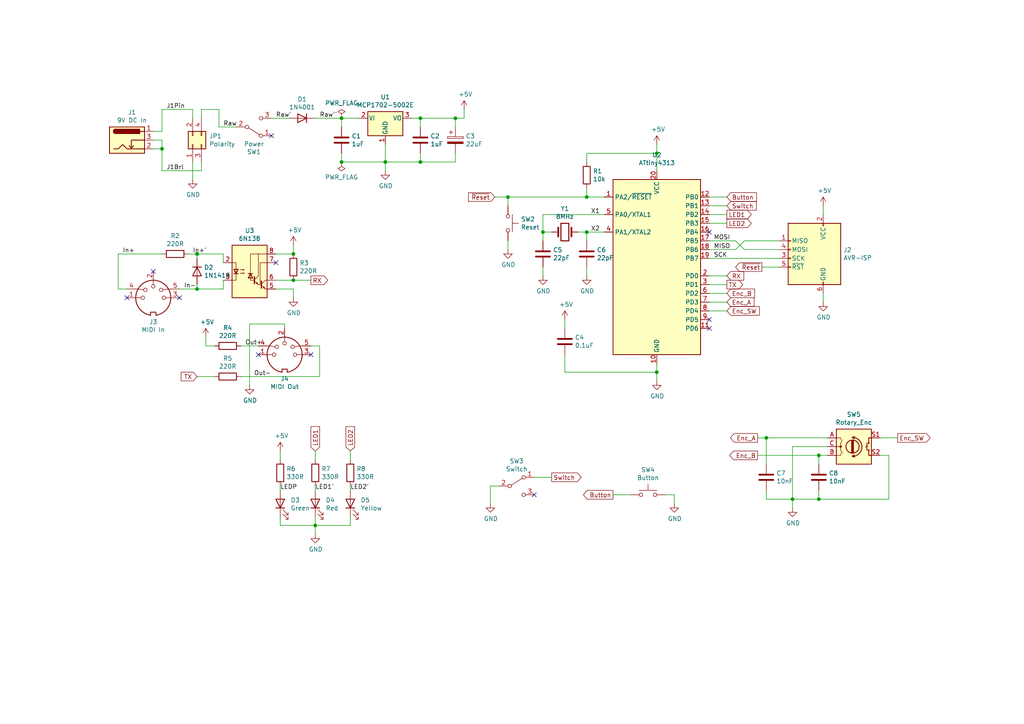
<source format=kicad_sch>
(kicad_sch (version 20211123) (generator eeschema)
  (paper "A4")
  (lib_symbols
    (symbol "Connector:AVR-ISP-6" (pin_names (offset 1.016))
      (property "Reference" "J" (at -6.35 11.43 0))
      (property "Value" "AVR-ISP-6" (at 0 11.43 0))
      (symbol "AVR-ISP-6_0_1"
        (rectangle (start -2.667 -6.858) (end -2.413 -7.62))
        (rectangle (start -2.667 10.16) (end -2.413 9.398))
        (rectangle (start 7.62 -2.413) (end 6.858 -2.667))
        (rectangle (start 7.62 0.127) (end 6.858 -0.127))
        (rectangle (start 7.62 2.667) (end 6.858 2.413))
        (rectangle (start 7.62 5.207) (end 6.858 4.953))
        (rectangle (start 7.62 10.16) (end -7.62 -7.62) (stroke (width 0.254)) (fill (type background)))
      )
      (symbol "AVR-ISP-6_1_1"
        (pin passive line (at 10.16 5.08 180) (length 2.54) (name "MISO") (number "1"))
        (pin passive line (at -2.54 12.7 270) (length 2.54) (name "VCC") (number "2"))
        (pin passive line (at 10.16 0 180) (length 2.54) (name "SCK") (number "3"))
        (pin passive line (at 10.16 2.54 180) (length 2.54) (name "MOSI") (number "4"))
        (pin passive line (at 10.16 -2.54 180) (length 2.54) (name "~{RST}") (number "5"))
        (pin passive line (at -2.54 -10.16 90) (length 2.54) (name "GND") (number "6"))
      )
    )
    (symbol "Connector:Barrel_Jack_Switch" (pin_names hide)
      (property "Reference" "J" (at 0 5.334 0))
      (property "Value" "Barrel_Jack_Switch" (at 0 -5.08 0))
      (symbol "Barrel_Jack_Switch_0_1"
        (rectangle (start -5.08 3.81) (end 5.08 -3.81) (stroke (width 0.254)) (fill (type background)))
        (arc (start -3.302 3.175) (mid -3.937 2.54) (end -3.302 1.905) (stroke (width 0.254)))
        (arc (start -3.302 3.175) (mid -3.937 2.54) (end -3.302 1.905) (stroke (width 0.254)) (fill (type outline)))
        (polyline (pts (xy 1.27 -2.286) (xy 1.905 -1.651)) (stroke (width 0.254)))
        (polyline (pts (xy 5.08 2.54) (xy 3.81 2.54)) (stroke (width 0.254)))
        (polyline (pts (xy 5.08 0) (xy 1.27 0) (xy 1.27 -2.286) (xy 0.635 -1.651)) (stroke (width 0.254)))
        (polyline (pts (xy -3.81 -2.54) (xy -2.54 -2.54) (xy -1.27 -1.27) (xy 0 -2.54) (xy 2.54 -2.54) (xy 5.08 -2.54)) (stroke (width 0.254)))
        (rectangle (start 3.683 3.175) (end -3.302 1.905) (stroke (width 0.254)) (fill (type outline)))
      )
      (symbol "Barrel_Jack_Switch_1_1"
        (pin passive line (at 7.62 2.54 180) (length 2.54) (name "~") (number "1"))
        (pin passive line (at 7.62 -2.54 180) (length 2.54) (name "~") (number "2"))
        (pin passive line (at 7.62 0 180) (length 2.54) (name "~") (number "3"))
      )
    )
    (symbol "Connector:DIN-5_180degree" (pin_names (offset 1.016))
      (property "Reference" "J" (at 3.175 5.715 0))
      (property "Value" "DIN-5_180degree" (at 0 -6.35 0))
      (symbol "DIN-5_180degree_0_1"
        (arc (start -5.08 0) (mid -3.8609 -3.3364) (end -0.762 -5.08) (stroke (width 0.254)))
        (circle (center -3.048 0) (radius 0.508))
        (circle (center -2.286 2.286) (radius 0.508))
        (polyline (pts (xy -5.08 0) (xy -3.556 0)))
        (polyline (pts (xy 0 5.08) (xy 0 3.81)))
        (polyline (pts (xy 5.08 0) (xy 3.556 0)))
        (polyline (pts (xy -5.08 2.54) (xy -4.318 2.54) (xy -2.794 2.286)))
        (polyline (pts (xy 5.08 2.54) (xy 4.318 2.54) (xy 2.794 2.286)))
        (polyline (pts (xy -0.762 -4.953) (xy -0.762 -4.191) (xy 0.762 -4.191) (xy 0.762 -4.953)) (stroke (width 0.254)))
        (circle (center 0 3.302) (radius 0.508))
        (arc (start 0.762 -5.08) (mid 3.8685 -3.343) (end 5.08 0) (stroke (width 0.254)))
        (circle (center 2.286 2.286) (radius 0.508))
        (circle (center 3.048 0) (radius 0.508))
        (arc (start 5.08 0) (mid 0 5.08) (end -5.08 0) (stroke (width 0.254)))
      )
      (symbol "DIN-5_180degree_1_1"
        (pin passive line (at -7.62 0 0) (length 2.54) (name "~") (number "1"))
        (pin passive line (at 0 7.62 270) (length 2.54) (name "~") (number "2"))
        (pin passive line (at 7.62 0 180) (length 2.54) (name "~") (number "3"))
        (pin passive line (at -7.62 2.54 0) (length 2.54) (name "~") (number "4"))
        (pin passive line (at 7.62 2.54 180) (length 2.54) (name "~") (number "5"))
      )
    )
    (symbol "Connector_Generic:Conn_02x02_Odd_Even" (pin_names (offset 1.016) hide)
      (property "Reference" "J" (at 1.27 2.54 0))
      (property "Value" "Conn_02x02_Odd_Even" (at 1.27 -5.08 0))
      (symbol "Conn_02x02_Odd_Even_1_1"
        (rectangle (start -1.27 -2.413) (end 0 -2.667) (stroke (width 0.1524)))
        (rectangle (start -1.27 0.127) (end 0 -0.127) (stroke (width 0.1524)))
        (rectangle (start -1.27 1.27) (end 3.81 -3.81) (stroke (width 0.254)) (fill (type background)))
        (rectangle (start 3.81 -2.413) (end 2.54 -2.667) (stroke (width 0.1524)))
        (rectangle (start 3.81 0.127) (end 2.54 -0.127) (stroke (width 0.1524)))
        (pin passive line (at -5.08 0 0) (length 3.81) (name "Pin_1") (number "1"))
        (pin passive line (at 7.62 0 180) (length 3.81) (name "Pin_2") (number "2"))
        (pin passive line (at -5.08 -2.54 0) (length 3.81) (name "Pin_3") (number "3"))
        (pin passive line (at 7.62 -2.54 180) (length 3.81) (name "Pin_4") (number "4"))
      )
    )
    (symbol "Device:C" (pin_numbers hide) (pin_names (offset 0.254))
      (property "Reference" "C" (at 0.635 2.54 0))
      (property "Value" "C" (at 0.635 -2.54 0))
      (symbol "C_0_1"
        (polyline (pts (xy -2.032 -0.762) (xy 2.032 -0.762)) (stroke (width 0.508)))
        (polyline (pts (xy -2.032 0.762) (xy 2.032 0.762)) (stroke (width 0.508)))
      )
      (symbol "C_1_1"
        (pin passive line (at 0 3.81 270) (length 2.794) (name "~") (number "1"))
        (pin passive line (at 0 -3.81 90) (length 2.794) (name "~") (number "2"))
      )
    )
    (symbol "Device:C_Polarized" (pin_numbers hide) (pin_names (offset 0.254))
      (property "Reference" "C" (at 0.635 2.54 0))
      (property "Value" "C_Polarized" (at 0.635 -2.54 0))
      (symbol "C_Polarized_0_1"
        (rectangle (start -2.286 0.508) (end 2.286 1.016))
        (polyline (pts (xy -1.778 2.286) (xy -0.762 2.286)))
        (polyline (pts (xy -1.27 2.794) (xy -1.27 1.778)))
        (rectangle (start 2.286 -0.508) (end -2.286 -1.016) (fill (type outline)))
      )
      (symbol "C_Polarized_1_1"
        (pin passive line (at 0 3.81 270) (length 2.794) (name "~") (number "1"))
        (pin passive line (at 0 -3.81 90) (length 2.794) (name "~") (number "2"))
      )
    )
    (symbol "Device:Crystal" (pin_numbers hide) (pin_names (offset 1.016) hide)
      (property "Reference" "Y" (at 0 3.81 0))
      (property "Value" "Crystal" (at 0 -3.81 0))
      (symbol "Crystal_0_1"
        (rectangle (start -1.143 2.54) (end 1.143 -2.54) (stroke (width 0.3048)))
        (polyline (pts (xy -2.54 0) (xy -1.905 0)))
        (polyline (pts (xy -1.905 -1.27) (xy -1.905 1.27)) (stroke (width 0.508)))
        (polyline (pts (xy 1.905 -1.27) (xy 1.905 1.27)) (stroke (width 0.508)))
        (polyline (pts (xy 2.54 0) (xy 1.905 0)))
      )
      (symbol "Crystal_1_1"
        (pin passive line (at -3.81 0 0) (length 1.27) (name "1") (number "1"))
        (pin passive line (at 3.81 0 180) (length 1.27) (name "2") (number "2"))
      )
    )
    (symbol "Device:LED" (pin_numbers hide) (pin_names (offset 1.016) hide)
      (property "Reference" "D" (at 0 2.54 0))
      (property "Value" "LED" (at 0 -2.54 0))
      (symbol "LED_0_1"
        (polyline (pts (xy -1.27 -1.27) (xy -1.27 1.27)) (stroke (width 0.254)))
        (polyline (pts (xy -1.27 0) (xy 1.27 0)))
        (polyline (pts (xy 1.27 -1.27) (xy 1.27 1.27) (xy -1.27 0) (xy 1.27 -1.27)) (stroke (width 0.254)))
        (polyline (pts (xy -3.048 -0.762) (xy -4.572 -2.286) (xy -3.81 -2.286) (xy -4.572 -2.286) (xy -4.572 -1.524)))
        (polyline (pts (xy -1.778 -0.762) (xy -3.302 -2.286) (xy -2.54 -2.286) (xy -3.302 -2.286) (xy -3.302 -1.524)))
      )
      (symbol "LED_1_1"
        (pin passive line (at -3.81 0 0) (length 2.54) (name "K") (number "1"))
        (pin passive line (at 3.81 0 180) (length 2.54) (name "A") (number "2"))
      )
    )
    (symbol "Device:R" (pin_numbers hide) (pin_names (offset 0))
      (property "Reference" "R" (at 2.032 0 90))
      (property "Value" "R" (at 0 0 90))
      (symbol "R_0_1"
        (rectangle (start -1.016 -2.54) (end 1.016 2.54) (stroke (width 0.254)))
      )
      (symbol "R_1_1"
        (pin passive line (at 0 3.81 270) (length 1.27) (name "~") (number "1"))
        (pin passive line (at 0 -3.81 90) (length 1.27) (name "~") (number "2"))
      )
    )
    (symbol "Device:RotaryEncoder_Switch" (pin_names (offset 0.254) hide)
      (property "Reference" "SW" (at 0 6.604 0))
      (property "Value" "RotaryEncoder_Switch" (at 0 -6.604 0))
      (symbol "RotaryEncoder_Switch_0_1"
        (rectangle (start -5.08 5.08) (end 5.08 -5.08) (stroke (width 0.254)) (fill (type background)))
        (circle (center -3.81 0) (radius 0.254) (fill (type outline)))
        (arc (start -0.381 -2.794) (mid 2.3622 -0.0508) (end -0.381 2.667) (stroke (width 0.254)))
        (circle (center -0.381 0) (radius 1.905) (stroke (width 0.254)))
        (polyline (pts (xy -0.635 -1.778) (xy -0.635 1.778)) (stroke (width 0.254)))
        (polyline (pts (xy -0.381 -1.778) (xy -0.381 1.778)) (stroke (width 0.254)))
        (polyline (pts (xy -0.127 1.778) (xy -0.127 -1.778)) (stroke (width 0.254)))
        (polyline (pts (xy 3.81 0) (xy 3.429 0)) (stroke (width 0.254)))
        (polyline (pts (xy 3.81 1.016) (xy 3.81 -1.016)) (stroke (width 0.254)))
        (polyline (pts (xy -5.08 -2.54) (xy -3.81 -2.54) (xy -3.81 -2.032)))
        (polyline (pts (xy -5.08 2.54) (xy -3.81 2.54) (xy -3.81 2.032)))
        (polyline (pts (xy 0.254 -3.048) (xy -0.508 -2.794) (xy 0.127 -2.413)) (stroke (width 0.254)))
        (polyline (pts (xy 0.254 2.921) (xy -0.508 2.667) (xy 0.127 2.286)) (stroke (width 0.254)))
        (polyline (pts (xy 5.08 -2.54) (xy 4.318 -2.54) (xy 4.318 -1.016)) (stroke (width 0.254)))
        (polyline (pts (xy 5.08 2.54) (xy 4.318 2.54) (xy 4.318 1.016)) (stroke (width 0.254)))
        (polyline (pts (xy -5.08 0) (xy -3.81 0) (xy -3.81 -1.016) (xy -3.302 -2.032)))
        (polyline (pts (xy -4.318 0) (xy -3.81 0) (xy -3.81 1.016) (xy -3.302 2.032)))
        (circle (center 4.318 -1.016) (radius 0.127) (stroke (width 0.254)))
        (circle (center 4.318 1.016) (radius 0.127) (stroke (width 0.254)))
      )
      (symbol "RotaryEncoder_Switch_1_1"
        (pin passive line (at -7.62 2.54 0) (length 2.54) (name "A") (number "A"))
        (pin passive line (at -7.62 -2.54 0) (length 2.54) (name "B") (number "B"))
        (pin passive line (at -7.62 0 0) (length 2.54) (name "C") (number "C"))
        (pin passive line (at 7.62 2.54 180) (length 2.54) (name "S1") (number "S1"))
        (pin passive line (at 7.62 -2.54 180) (length 2.54) (name "S2") (number "S2"))
      )
    )
    (symbol "Diode:1N4001" (pin_numbers hide) (pin_names hide)
      (property "Reference" "D" (at 0 2.54 0))
      (property "Value" "1N4001" (at 0 -2.54 0))
      (symbol "1N4001_0_1"
        (polyline (pts (xy -1.27 1.27) (xy -1.27 -1.27)) (stroke (width 0.254)))
        (polyline (pts (xy 1.27 0) (xy -1.27 0)))
        (polyline (pts (xy 1.27 1.27) (xy 1.27 -1.27) (xy -1.27 0) (xy 1.27 1.27)) (stroke (width 0.254)))
      )
      (symbol "1N4001_1_1"
        (pin passive line (at -3.81 0 0) (length 2.54) (name "K") (number "1"))
        (pin passive line (at 3.81 0 180) (length 2.54) (name "A") (number "2"))
      )
    )
    (symbol "Diode:1N914" (pin_numbers hide) (pin_names hide)
      (property "Reference" "D" (at 0 2.54 0))
      (property "Value" "1N914" (at 0 -2.54 0))
      (symbol "1N914_0_1"
        (polyline (pts (xy -1.27 1.27) (xy -1.27 -1.27)) (stroke (width 0.254)))
        (polyline (pts (xy 1.27 0) (xy -1.27 0)))
        (polyline (pts (xy 1.27 1.27) (xy 1.27 -1.27) (xy -1.27 0) (xy 1.27 1.27)) (stroke (width 0.254)))
      )
      (symbol "1N914_1_1"
        (pin passive line (at -3.81 0 0) (length 2.54) (name "K") (number "1"))
        (pin passive line (at 3.81 0 180) (length 2.54) (name "A") (number "2"))
      )
    )
    (symbol "Isolator:6N138" (pin_names (offset 1.016) hide)
      (property "Reference" "U" (at -4.064 8.89 0))
      (property "Value" "6N138" (at 2.286 8.89 0))
      (symbol "6N138_0_1"
        (rectangle (start -5.08 7.62) (end 5.08 -7.62) (stroke (width 0.254)) (fill (type background)))
        (polyline (pts (xy -4.572 -0.635) (xy -3.302 -0.635)) (stroke (width 0.254)))
        (polyline (pts (xy 0.889 -0.635) (xy -0.381 -0.635)) (stroke (width 0.254)))
        (polyline (pts (xy 1.397 -2.667) (xy 2.54 -3.81)))
        (polyline (pts (xy 1.397 -2.413) (xy 2.54 -1.27)))
        (polyline (pts (xy 2.54 -3.81) (xy 3.175 -3.81)))
        (polyline (pts (xy 3.429 -3.937) (xy 4.572 -5.08)))
        (polyline (pts (xy 3.429 -3.683) (xy 4.572 -2.54)))
        (polyline (pts (xy 4.572 -5.08) (xy 5.08 -5.08)))
        (polyline (pts (xy 4.572 -2.54) (xy 5.08 -2.54)))
        (polyline (pts (xy 1.397 -1.524) (xy 1.397 -3.556) (xy 1.397 -3.556)) (stroke (width 0.3556)))
        (polyline (pts (xy 2.54 -1.27) (xy 2.54 5.08) (xy 5.08 5.08)))
        (polyline (pts (xy 3.429 -2.794) (xy 3.429 -4.826) (xy 3.429 -4.826)) (stroke (width 0.3556)))
        (polyline (pts (xy 5.08 2.54) (xy 3.048 2.54) (xy 3.048 -3.81)))
        (polyline (pts (xy -5.08 -2.54) (xy -3.937 -2.54) (xy -3.937 2.54) (xy -5.08 2.54)))
        (polyline (pts (xy -3.937 -0.635) (xy -4.572 0.635) (xy -3.302 0.635) (xy -3.937 -0.635)) (stroke (width 0.254)))
        (polyline (pts (xy 0.254 -0.635) (xy 0.889 -1.905) (xy -0.381 -1.905) (xy 0.254 -0.635)) (stroke (width 0.254)))
        (polyline (pts (xy 1.27 -2.54) (xy 0.254 -2.54) (xy 0.254 5.08) (xy 2.54 5.08)))
        (polyline (pts (xy 2.413 -3.683) (xy 2.159 -3.175) (xy 1.905 -3.429) (xy 2.413 -3.683)))
        (polyline (pts (xy 4.445 -4.953) (xy 4.191 -4.445) (xy 3.937 -4.699) (xy 4.445 -4.953)))
        (polyline (pts (xy -2.794 -0.508) (xy -1.524 -0.508) (xy -1.905 -0.635) (xy -1.905 -0.381) (xy -1.524 -0.508)))
        (polyline (pts (xy -2.794 0.508) (xy -1.524 0.508) (xy -1.905 0.381) (xy -1.905 0.635) (xy -1.524 0.508)))
      )
      (symbol "6N138_1_1"
        (pin no_connect line (at -5.08 5.08 0) (length 2.54) hide (name "NC") (number "1"))
        (pin passive line (at -7.62 2.54 0) (length 2.54) (name "C1") (number "2"))
        (pin passive line (at -7.62 -2.54 0) (length 2.54) (name "C2") (number "3"))
        (pin no_connect line (at -5.08 -5.08 0) (length 2.54) hide (name "NC") (number "4"))
        (pin passive line (at 7.62 -5.08 180) (length 2.54) (name "GND") (number "5"))
        (pin passive line (at 7.62 -2.54 180) (length 2.54) (name "VO2") (number "6"))
        (pin passive line (at 7.62 2.54 180) (length 2.54) (name "VO1") (number "7"))
        (pin passive line (at 7.62 5.08 180) (length 2.54) (name "VCC") (number "8"))
      )
    )
    (symbol "MCU_Microchip_ATtiny:ATtiny4313-P"
      (property "Reference" "U" (at -12.7 26.67 0))
      (property "Value" "ATtiny4313-P" (at 2.54 -26.67 0))
      (symbol "ATtiny4313-P_0_1"
        (rectangle (start -12.7 -25.4) (end 12.7 25.4) (stroke (width 0.254)) (fill (type background)))
      )
      (symbol "ATtiny4313-P_1_1"
        (pin bidirectional line (at -15.24 20.32 0) (length 2.54) (name "PA2/~{RESET}") (number "1"))
        (pin power_in line (at 0 -27.94 90) (length 2.54) (name "GND") (number "10"))
        (pin bidirectional line (at 15.24 -17.78 180) (length 2.54) (name "PD6") (number "11"))
        (pin bidirectional line (at 15.24 20.32 180) (length 2.54) (name "PB0") (number "12"))
        (pin bidirectional line (at 15.24 17.78 180) (length 2.54) (name "PB1") (number "13"))
        (pin bidirectional line (at 15.24 15.24 180) (length 2.54) (name "PB2") (number "14"))
        (pin bidirectional line (at 15.24 12.7 180) (length 2.54) (name "PB3") (number "15"))
        (pin bidirectional line (at 15.24 10.16 180) (length 2.54) (name "PB4") (number "16"))
        (pin bidirectional line (at 15.24 7.62 180) (length 2.54) (name "PB5") (number "17"))
        (pin bidirectional line (at 15.24 5.08 180) (length 2.54) (name "PB6") (number "18"))
        (pin bidirectional line (at 15.24 2.54 180) (length 2.54) (name "PB7") (number "19"))
        (pin bidirectional line (at 15.24 -2.54 180) (length 2.54) (name "PD0") (number "2"))
        (pin power_in line (at 0 27.94 270) (length 2.54) (name "VCC") (number "20"))
        (pin bidirectional line (at 15.24 -5.08 180) (length 2.54) (name "PD1") (number "3"))
        (pin bidirectional line (at -15.24 10.16 0) (length 2.54) (name "PA1/XTAL2") (number "4"))
        (pin bidirectional line (at -15.24 15.24 0) (length 2.54) (name "PA0/XTAL1") (number "5"))
        (pin bidirectional line (at 15.24 -7.62 180) (length 2.54) (name "PD2") (number "6"))
        (pin bidirectional line (at 15.24 -10.16 180) (length 2.54) (name "PD3") (number "7"))
        (pin bidirectional line (at 15.24 -12.7 180) (length 2.54) (name "PD4") (number "8"))
        (pin bidirectional line (at 15.24 -15.24 180) (length 2.54) (name "PD5") (number "9"))
      )
    )
    (symbol "Regulator_Linear:MCP1700x-500xxTO" (pin_names (offset 0.254))
      (property "Reference" "U" (at -3.81 -3.175 0))
      (property "Value" "MCP1700x-500xxTO" (at 0 -3.175 0))
      (symbol "MCP1700x-500xxTO_0_1"
        (rectangle (start -5.08 5.08) (end 5.08 -1.905) (stroke (width 0.254)) (fill (type background)))
      )
      (symbol "MCP1700x-500xxTO_1_1"
        (pin power_in line (at 0 7.62 270) (length 2.54) (name "GND") (number "1"))
        (pin power_in line (at -7.62 0 0) (length 2.54) (name "VI") (number "2"))
        (pin power_out line (at 7.62 0 180) (length 2.54) (name "VO") (number "3"))
      )
    )
    (symbol "Switch:SW_Push" (pin_numbers hide) (pin_names (offset 1.016) hide)
      (property "Reference" "SW" (at 1.27 2.54 0))
      (property "Value" "SW_Push" (at 0 -1.524 0))
      (symbol "SW_Push_0_1"
        (circle (center -2.032 0) (radius 0.508))
        (polyline (pts (xy 0 1.27) (xy 0 3.048)))
        (polyline (pts (xy 2.54 1.27) (xy -2.54 1.27)))
        (circle (center 2.032 0) (radius 0.508))
        (pin passive line (at -5.08 0 0) (length 2.54) (name "1") (number "1"))
        (pin passive line (at 5.08 0 180) (length 2.54) (name "2") (number "2"))
      )
    )
    (symbol "Switch:SW_SPDT" (pin_names (offset 0) hide)
      (property "Reference" "SW" (at 0 4.318 0))
      (property "Value" "SW_SPDT" (at 0 -5.08 0))
      (symbol "SW_SPDT_0_0"
        (circle (center -2.032 0) (radius 0.508))
        (circle (center 2.032 -2.54) (radius 0.508))
      )
      (symbol "SW_SPDT_0_1"
        (polyline (pts (xy -1.524 0.254) (xy 1.651 2.286)))
        (circle (center 2.032 2.54) (radius 0.508))
      )
      (symbol "SW_SPDT_1_1"
        (pin passive line (at 5.08 2.54 180) (length 2.54) (name "A") (number "1"))
        (pin passive line (at -5.08 0 0) (length 2.54) (name "B") (number "2"))
        (pin passive line (at 5.08 -2.54 180) (length 2.54) (name "C") (number "3"))
      )
    )
    (symbol "power:+5V" (power) (pin_names (offset 0))
      (property "Value" "+5V" (at 0 3.556 0))
      (symbol "+5V_0_1"
        (polyline (pts (xy -0.762 1.27) (xy 0 2.54)))
        (polyline (pts (xy 0 0) (xy 0 2.54)))
        (polyline (pts (xy 0 2.54) (xy 0.762 1.27)))
      )
      (symbol "+5V_1_1"
        (pin power_in line (at 0 0 90) (length 0) hide (name "+5V") (number "1"))
      )
    )
    (symbol "power:GND" (power) (pin_names (offset 0))
      (property "Value" "GND" (at 0 -3.81 0))
      (symbol "GND_0_1"
        (polyline (pts (xy 0 0) (xy 0 -1.27) (xy 1.27 -1.27) (xy 0 -2.54) (xy -1.27 -1.27) (xy 0 -1.27)))
      )
      (symbol "GND_1_1"
        (pin power_in line (at 0 0 270) (length 0) hide (name "GND") (number "1"))
      )
    )
    (symbol "power:PWR_FLAG" (power) (pin_numbers hide) (pin_names (offset 0) hide)
      (property "Value" "PWR_FLAG" (at 0 3.81 0))
      (symbol "PWR_FLAG_0_0"
        (pin power_out line (at 0 0 90) (length 0) (name "pwr") (number "1"))
      )
      (symbol "PWR_FLAG_0_1"
        (polyline (pts (xy 0 0) (xy 0 1.27) (xy -1.016 1.905) (xy 0 2.54) (xy 1.016 1.905) (xy 0 1.27)))
      )
    )
  )
  (junction (at 157.48 67.31))
  (junction (at 57.15 83.82))
  (junction (at 147.32 57.15))
  (junction (at 91.44 152.4))
  (junction (at 190.5 44.45))
  (junction (at 132.08 34.29))
  (junction (at 111.76 46.99))
  (junction (at 222.25 127))
  (junction (at 237.49 144.78))
  (junction (at 57.15 73.66))
  (junction (at 121.92 46.99))
  (junction (at 229.87 144.78))
  (junction (at 170.18 67.31))
  (junction (at 85.09 81.28))
  (junction (at 99.06 46.99))
  (junction (at 237.49 132.08))
  (junction (at 170.18 57.15))
  (junction (at 46.99 43.18))
  (junction (at 85.09 73.66))
  (junction (at 190.5 107.95))
  (junction (at 121.92 34.29))
  (junction (at 99.06 34.29))
  (no_connect (at 205.74 95.25))
  (no_connect (at 154.94 143.51))
  (no_connect (at 205.74 67.31))
  (no_connect (at 90.17 102.87))
  (no_connect (at 52.07 86.36))
  (no_connect (at 80.01 76.2))
  (no_connect (at 205.74 92.71))
  (no_connect (at 36.83 86.36))
  (no_connect (at 44.45 78.74))
  (no_connect (at 78.74 39.37))
  (no_connect (at 74.93 102.87))
  (wire (pts (xy 91.44 154.94) (xy 91.44 152.4)))
  (wire (pts (xy 195.58 146.05) (xy 195.58 143.51)))
  (wire (pts (xy 91.44 140.97) (xy 91.44 142.24)))
  (wire (pts (xy 177.8 143.51) (xy 182.88 143.51)))
  (wire (pts (xy 121.92 44.45) (xy 121.92 46.99)))
  (wire (pts (xy 170.18 57.15) (xy 170.18 54.61)))
  (wire (pts (xy 190.5 44.45) (xy 190.5 41.91)))
  (wire (pts (xy 237.49 142.24) (xy 237.49 144.78)))
  (wire (pts (xy 58.42 31.75) (xy 58.42 34.29)))
  (wire (pts (xy 58.42 49.53) (xy 58.42 46.99)))
  (wire (pts (xy 44.45 43.18) (xy 46.99 43.18)))
  (wire (pts (xy 78.74 34.29) (xy 83.82 34.29)))
  (wire (pts (xy 213.36 72.39) (xy 215.9 69.85)))
  (wire (pts (xy 64.77 76.2) (xy 64.77 73.66)))
  (wire (pts (xy 99.06 44.45) (xy 99.06 46.99)))
  (wire (pts (xy 229.87 144.78) (xy 229.87 147.32)))
  (wire (pts (xy 170.18 44.45) (xy 190.5 44.45)))
  (wire (pts (xy 238.76 85.09) (xy 238.76 87.63)))
  (wire (pts (xy 142.24 146.05) (xy 142.24 140.97)))
  (wire (pts (xy 46.99 49.53) (xy 46.99 43.18)))
  (wire (pts (xy 222.25 127) (xy 222.25 134.62)))
  (wire (pts (xy 190.5 107.95) (xy 163.83 107.95)))
  (wire (pts (xy 147.32 57.15) (xy 170.18 57.15)))
  (wire (pts (xy 240.03 129.54) (xy 229.87 129.54)))
  (wire (pts (xy 81.28 130.81) (xy 81.28 133.35)))
  (wire (pts (xy 147.32 72.39) (xy 147.32 69.85)))
  (wire (pts (xy 157.48 62.23) (xy 175.26 62.23)))
  (wire (pts (xy 190.5 107.95) (xy 190.5 110.49)))
  (wire (pts (xy 219.71 127) (xy 222.25 127)))
  (wire (pts (xy 210.82 82.55) (xy 205.74 82.55)))
  (wire (pts (xy 82.55 93.98) (xy 72.39 93.98)))
  (wire (pts (xy 80.01 73.66) (xy 85.09 73.66)))
  (wire (pts (xy 142.24 140.97) (xy 144.78 140.97)))
  (wire (pts (xy 44.45 40.64) (xy 46.99 40.64)))
  (wire (pts (xy 222.25 144.78) (xy 229.87 144.78)))
  (wire (pts (xy 121.92 46.99) (xy 111.76 46.99)))
  (wire (pts (xy 85.09 73.66) (xy 85.09 71.12)))
  (wire (pts (xy 52.07 83.82) (xy 57.15 83.82)))
  (wire (pts (xy 132.08 34.29) (xy 132.08 36.83)))
  (wire (pts (xy 63.5 36.83) (xy 63.5 31.75)))
  (wire (pts (xy 237.49 134.62) (xy 237.49 132.08)))
  (wire (pts (xy 91.44 34.29) (xy 99.06 34.29)))
  (wire (pts (xy 99.06 34.29) (xy 104.14 34.29)))
  (wire (pts (xy 44.45 38.1) (xy 46.99 38.1)))
  (wire (pts (xy 170.18 80.01) (xy 170.18 77.47)))
  (wire (pts (xy 205.74 62.23) (xy 210.82 62.23)))
  (wire (pts (xy 101.6 140.97) (xy 101.6 142.24)))
  (wire (pts (xy 226.06 72.39) (xy 215.9 72.39)))
  (wire (pts (xy 238.76 62.23) (xy 238.76 59.69)))
  (wire (pts (xy 170.18 67.31) (xy 170.18 69.85)))
  (wire (pts (xy 81.28 140.97) (xy 81.28 142.24)))
  (wire (pts (xy 222.25 127) (xy 240.03 127)))
  (wire (pts (xy 58.42 49.53) (xy 46.99 49.53)))
  (wire (pts (xy 260.35 127) (xy 255.27 127)))
  (wire (pts (xy 34.29 73.66) (xy 46.99 73.66)))
  (wire (pts (xy 46.99 31.75) (xy 55.88 31.75)))
  (wire (pts (xy 54.61 73.66) (xy 57.15 73.66)))
  (wire (pts (xy 175.26 67.31) (xy 170.18 67.31)))
  (wire (pts (xy 55.88 31.75) (xy 55.88 34.29)))
  (wire (pts (xy 205.74 64.77) (xy 210.82 64.77)))
  (wire (pts (xy 74.93 100.33) (xy 69.85 100.33)))
  (wire (pts (xy 222.25 142.24) (xy 222.25 144.78)))
  (wire (pts (xy 63.5 31.75) (xy 58.42 31.75)))
  (wire (pts (xy 64.77 81.28) (xy 64.77 83.82)))
  (wire (pts (xy 59.69 100.33) (xy 62.23 100.33)))
  (wire (pts (xy 134.62 34.29) (xy 134.62 31.75)))
  (wire (pts (xy 132.08 46.99) (xy 132.08 44.45)))
  (wire (pts (xy 121.92 34.29) (xy 132.08 34.29)))
  (wire (pts (xy 132.08 34.29) (xy 134.62 34.29)))
  (wire (pts (xy 219.71 132.08) (xy 237.49 132.08)))
  (wire (pts (xy 205.74 80.01) (xy 210.82 80.01)))
  (wire (pts (xy 257.81 132.08) (xy 257.81 144.78)))
  (wire (pts (xy 210.82 87.63) (xy 205.74 87.63)))
  (wire (pts (xy 46.99 40.64) (xy 46.99 43.18)))
  (wire (pts (xy 59.69 97.79) (xy 59.69 100.33)))
  (wire (pts (xy 92.71 109.22) (xy 69.85 109.22)))
  (wire (pts (xy 80.01 83.82) (xy 85.09 83.82)))
  (wire (pts (xy 193.04 143.51) (xy 195.58 143.51)))
  (wire (pts (xy 157.48 67.31) (xy 157.48 69.85)))
  (wire (pts (xy 229.87 129.54) (xy 229.87 144.78)))
  (wire (pts (xy 55.88 46.99) (xy 55.88 52.07)))
  (wire (pts (xy 255.27 132.08) (xy 257.81 132.08)))
  (wire (pts (xy 46.99 38.1) (xy 46.99 31.75)))
  (wire (pts (xy 111.76 46.99) (xy 111.76 41.91)))
  (wire (pts (xy 57.15 73.66) (xy 64.77 73.66)))
  (wire (pts (xy 157.48 77.47) (xy 157.48 80.01)))
  (wire (pts (xy 111.76 49.53) (xy 111.76 46.99)))
  (wire (pts (xy 205.74 57.15) (xy 210.82 57.15)))
  (wire (pts (xy 210.82 59.69) (xy 205.74 59.69)))
  (wire (pts (xy 72.39 93.98) (xy 72.39 111.76)))
  (wire (pts (xy 163.83 107.95) (xy 163.83 102.87)))
  (wire (pts (xy 119.38 34.29) (xy 121.92 34.29)))
  (wire (pts (xy 215.9 72.39) (xy 213.36 69.85)))
  (wire (pts (xy 220.98 77.47) (xy 226.06 77.47)))
  (wire (pts (xy 143.51 57.15) (xy 147.32 57.15)))
  (wire (pts (xy 205.74 74.93) (xy 226.06 74.93)))
  (wire (pts (xy 237.49 132.08) (xy 240.03 132.08)))
  (wire (pts (xy 99.06 36.83) (xy 99.06 34.29)))
  (wire (pts (xy 57.15 74.93) (xy 57.15 73.66)))
  (wire (pts (xy 190.5 49.53) (xy 190.5 44.45)))
  (wire (pts (xy 205.74 85.09) (xy 210.82 85.09)))
  (wire (pts (xy 99.06 46.99) (xy 111.76 46.99)))
  (wire (pts (xy 81.28 149.86) (xy 81.28 152.4)))
  (wire (pts (xy 163.83 92.71) (xy 163.83 95.25)))
  (wire (pts (xy 91.44 149.86) (xy 91.44 152.4)))
  (wire (pts (xy 34.29 73.66) (xy 34.29 83.82)))
  (wire (pts (xy 101.6 152.4) (xy 101.6 149.86)))
  (wire (pts (xy 170.18 46.99) (xy 170.18 44.45)))
  (wire (pts (xy 91.44 152.4) (xy 101.6 152.4)))
  (wire (pts (xy 34.29 83.82) (xy 36.83 83.82)))
  (wire (pts (xy 160.02 67.31) (xy 157.48 67.31)))
  (wire (pts (xy 63.5 36.83) (xy 68.58 36.83)))
  (wire (pts (xy 132.08 46.99) (xy 121.92 46.99)))
  (wire (pts (xy 85.09 81.28) (xy 90.17 81.28)))
  (wire (pts (xy 57.15 109.22) (xy 62.23 109.22)))
  (wire (pts (xy 80.01 81.28) (xy 85.09 81.28)))
  (wire (pts (xy 91.44 130.81) (xy 91.44 133.35)))
  (wire (pts (xy 175.26 57.15) (xy 170.18 57.15)))
  (wire (pts (xy 85.09 83.82) (xy 85.09 86.36)))
  (wire (pts (xy 205.74 72.39) (xy 213.36 72.39)))
  (wire (pts (xy 101.6 130.81) (xy 101.6 133.35)))
  (wire (pts (xy 167.64 67.31) (xy 170.18 67.31)))
  (wire (pts (xy 121.92 36.83) (xy 121.92 34.29)))
  (wire (pts (xy 157.48 67.31) (xy 157.48 62.23)))
  (wire (pts (xy 213.36 69.85) (xy 205.74 69.85)))
  (wire (pts (xy 57.15 83.82) (xy 64.77 83.82)))
  (wire (pts (xy 190.5 105.41) (xy 190.5 107.95)))
  (wire (pts (xy 257.81 144.78) (xy 237.49 144.78)))
  (wire (pts (xy 210.82 90.17) (xy 205.74 90.17)))
  (wire (pts (xy 160.02 138.43) (xy 154.94 138.43)))
  (wire (pts (xy 237.49 144.78) (xy 229.87 144.78)))
  (wire (pts (xy 215.9 69.85) (xy 226.06 69.85)))
  (wire (pts (xy 82.55 95.25) (xy 82.55 93.98)))
  (wire (pts (xy 81.28 152.4) (xy 91.44 152.4)))
  (wire (pts (xy 57.15 82.55) (xy 57.15 83.82)))
  (wire (pts (xy 147.32 59.69) (xy 147.32 57.15)))
  (wire (pts (xy 92.71 100.33) (xy 92.71 109.22)))
  (wire (pts (xy 90.17 100.33) (xy 92.71 100.33)))
  (label "MOSI" (at 207.01 69.85 0))
  (label "Out-" (at 73.66 109.22 0))
  (label "X2" (at 173.99 67.31 180))
  (label "Out+" (at 71.12 100.33 0))
  (label "In-" (at 53.34 83.82 0))
  (label "J1Brl" (at 48.26 49.53 0))
  (label "J1Pin" (at 48.26 31.75 0))
  (label "LEDP" (at 81.28 142.24 0))
  (label "In+'" (at 55.88 73.66 0))
  (label "MISO" (at 207.01 72.39 0))
  (label "In+" (at 35.56 73.66 0))
  (label "X1" (at 173.99 62.23 180))
  (label "LED2'" (at 101.6 142.24 0))
  (label "Raw''" (at 92.71 34.29 0))
  (label "LED1'" (at 91.44 142.24 0))
  (label "Raw'" (at 80.01 34.29 0))
  (label "SCK" (at 207.01 74.93 0))
  (label "Raw" (at 64.77 36.83 0))
  (global_label "Switch" (shape input) (at 210.82 59.69 0) (property "Intersheet References" "${INTERSHEET_REFS}" (effects hide)))
  (global_label "LED1" (shape output) (at 210.82 62.23 0) (property "Intersheet References" "${INTERSHEET_REFS}" (effects hide)))
  (global_label "Button" (shape output) (at 177.8 143.51 180) (property "Intersheet References" "${INTERSHEET_REFS}" (effects hide)))
  (global_label "RX" (shape input) (at 210.82 80.01 0) (property "Intersheet References" "${INTERSHEET_REFS}" (effects hide)))
  (global_label "Switch" (shape output) (at 160.02 138.43 0) (property "Intersheet References" "${INTERSHEET_REFS}" (effects hide)))
  (global_label "LED2" (shape input) (at 101.6 130.81 90) (property "Intersheet References" "${INTERSHEET_REFS}" (effects hide)))
  (global_label "Enc_B" (shape output) (at 219.71 132.08 180) (property "Intersheet References" "${INTERSHEET_REFS}" (effects hide)))
  (global_label "TX" (shape output) (at 210.82 82.55 0) (property "Intersheet References" "${INTERSHEET_REFS}" (effects hide)))
  (global_label "Enc_SW" (shape output) (at 260.35 127 0) (property "Intersheet References" "${INTERSHEET_REFS}" (effects hide)))
  (global_label "Enc_B" (shape input) (at 210.82 85.09 0) (property "Intersheet References" "${INTERSHEET_REFS}" (effects hide)))
  (global_label "Enc_A" (shape output) (at 219.71 127 180) (property "Intersheet References" "${INTERSHEET_REFS}" (effects hide)))
  (global_label "Enc_SW" (shape input) (at 210.82 90.17 0) (property "Intersheet References" "${INTERSHEET_REFS}" (effects hide)))
  (global_label "LED1" (shape input) (at 91.44 130.81 90) (property "Intersheet References" "${INTERSHEET_REFS}" (effects hide)))
  (global_label "Enc_A" (shape input) (at 210.82 87.63 0) (property "Intersheet References" "${INTERSHEET_REFS}" (effects hide)))
  (global_label "LED2" (shape output) (at 210.82 64.77 0) (property "Intersheet References" "${INTERSHEET_REFS}" (effects hide)))
  (global_label "~{Reset}" (shape output) (at 220.98 77.47 180) (property "Intersheet References" "${INTERSHEET_REFS}" (effects hide)))
  (global_label "Button" (shape input) (at 210.82 57.15 0) (property "Intersheet References" "${INTERSHEET_REFS}" (effects hide)))
  (global_label "TX" (shape input) (at 57.15 109.22 180) (property "Intersheet References" "${INTERSHEET_REFS}" (effects hide)))
  (global_label "RX" (shape output) (at 90.17 81.28 0) (property "Intersheet References" "${INTERSHEET_REFS}" (effects hide)))
  (global_label "~{Reset}" (shape input) (at 143.51 57.15 180) (property "Intersheet References" "${INTERSHEET_REFS}" (effects hide)))
  (symbol (lib_id "MCU_Microchip_ATtiny:ATtiny4313-P") (at 190.5 77.47 0) (unit 1)
    (property "Reference" "U2" (at 190.5 44.9326 0))
    (property "Value" "ATtiny4313" (at 190.5 47.244 0))
    (property "Footprint" "Package_DIP:DIP-20_W7.62mm_LongPads" (effects hide))
    (property "Datasheet" "http://ww1.microchip.com/downloads/en/DeviceDoc/doc8246.pdf" (effects hide))
  )
  (symbol (lib_id "Isolator:6N138") (at 72.39 78.74 0) (unit 1)
    (property "Reference" "U3" (at 72.39 66.8782 0))
    (property "Value" "6N138" (at 72.39 69.1896 0))
    (property "Footprint" "Package_DIP:DIP-8_W7.62mm_LongPads" (effects hide))
    (property "Datasheet" "http://www.onsemi.com/pub/Collateral/HCPL2731-D.pdf" (effects hide))
  )
  (symbol (lib_id "Device:Crystal") (at 163.83 67.31 180) (unit 1)
    (property "Reference" "Y1" (at 163.83 60.5028 0))
    (property "Value" "8MHz" (at 163.83 62.8142 0))
    (property "Footprint" "Crystal:Crystal_HC49-4H_Vertical" (effects hide))
  )
  (symbol (lib_id "Device:C") (at 157.48 73.66 0) (unit 1)
    (property "Reference" "C5" (at 160.401 72.4916 0) (effects (justify left)))
    (property "Value" "22pF" (at 160.401 74.803 0) (effects (justify left)))
    (property "Footprint" "Capacitor_THT:C_Disc_D3.0mm_W1.6mm_P2.50mm" (effects hide))
  )
  (symbol (lib_id "Device:C") (at 170.18 73.66 0) (unit 1)
    (property "Reference" "C6" (at 173.101 72.4916 0) (effects (justify left)))
    (property "Value" "22pF" (at 173.101 74.803 0) (effects (justify left)))
    (property "Footprint" "Capacitor_THT:C_Disc_D3.0mm_W1.6mm_P2.50mm" (effects hide))
  )
  (symbol (lib_id "power:GND") (at 170.18 80.01 0) (unit 1)
    (property "Reference" "#PWR0109" (effects hide))
    (property "Value" "GND" (at 170.307 84.4042 0))
  )
  (symbol (lib_id "power:GND") (at 157.48 80.01 0) (unit 1)
    (property "Reference" "#PWR0108" (effects hide))
    (property "Value" "GND" (at 157.607 84.4042 0))
  )
  (symbol (lib_id "Device:R") (at 170.18 50.8 0) (unit 1)
    (property "Reference" "R1" (at 171.958 49.6316 0) (effects (justify left)))
    (property "Value" "10k" (at 171.958 51.943 0) (effects (justify left)))
    (property "Footprint" "Resistor_THT:R_Axial_DIN0207_L6.3mm_D2.5mm_P7.62mm_Horizontal" (effects hide))
  )
  (symbol (lib_id "power:+5V") (at 190.5 41.91 0) (unit 1)
    (property "Reference" "#PWR0107" (effects hide))
    (property "Value" "+5V" (at 190.881 37.5158 0))
  )
  (symbol (lib_id "Device:C") (at 163.83 99.06 0) (unit 1)
    (property "Reference" "C4" (at 166.751 97.8916 0) (effects (justify left)))
    (property "Value" "0.1uF" (at 166.751 100.203 0) (effects (justify left)))
    (property "Footprint" "Capacitor_THT:C_Disc_D3.0mm_W1.6mm_P2.50mm" (effects hide))
  )
  (symbol (lib_id "power:+5V") (at 163.83 92.71 0) (unit 1)
    (property "Reference" "#PWR0106" (effects hide))
    (property "Value" "+5V" (at 164.211 88.3158 0))
  )
  (symbol (lib_id "power:GND") (at 190.5 110.49 0) (unit 1)
    (property "Reference" "#PWR0101" (effects hide))
    (property "Value" "GND" (at 190.627 114.8842 0))
  )
  (symbol (lib_id "Connector:DIN-5_180degree") (at 44.45 86.36 0) (unit 1)
    (property "Reference" "J3" (at 44.45 93.345 0))
    (property "Value" "MIDI In" (at 44.45 95.6564 0))
    (property "Footprint" "miditwiddle:DIN-5-180-Socket" (effects hide))
    (property "Datasheet" "http://www.mouser.com/ds/2/18/40_c091_abd_e-75918.pdf" (effects hide))
  )
  (symbol (lib_id "Connector:DIN-5_180degree") (at 82.55 102.87 0) (unit 1)
    (property "Reference" "J4" (at 82.55 109.855 0))
    (property "Value" "MIDI Out" (at 82.55 112.1664 0))
    (property "Footprint" "miditwiddle:DIN-5-180-Socket" (effects hide))
    (property "Datasheet" "http://www.mouser.com/ds/2/18/40_c091_abd_e-75918.pdf" (effects hide))
  )
  (symbol (lib_id "Diode:1N914") (at 57.15 78.74 270) (unit 1)
    (property "Reference" "D2" (at 59.182 77.5716 90) (effects (justify left)))
    (property "Value" "1N1418" (at 59.182 79.883 90) (effects (justify left)))
    (property "Footprint" "Diode_THT:D_DO-35_SOD27_P7.62mm_Horizontal" (effects hide))
    (property "Datasheet" "http://www.vishay.com/docs/85622/1n914.pdf" (effects hide))
  )
  (symbol (lib_id "power:GND") (at 85.09 86.36 0) (unit 1)
    (property "Reference" "#PWR0102" (effects hide))
    (property "Value" "GND" (at 85.217 90.7542 0))
  )
  (symbol (lib_id "power:+5V") (at 85.09 71.12 0) (unit 1)
    (property "Reference" "#PWR0103" (effects hide))
    (property "Value" "+5V" (at 85.471 66.7258 0))
  )
  (symbol (lib_id "Device:R") (at 50.8 73.66 270) (unit 1)
    (property "Reference" "R2" (at 50.8 68.4022 90))
    (property "Value" "220R" (at 50.8 70.7136 90))
    (property "Footprint" "Resistor_THT:R_Axial_DIN0207_L6.3mm_D2.5mm_P7.62mm_Horizontal" (effects hide))
  )
  (symbol (lib_id "power:GND") (at 55.88 52.07 0) (unit 1)
    (property "Reference" "#PWR01" (effects hide))
    (property "Value" "GND" (at 56.007 56.4642 0))
  )
  (symbol (lib_id "Device:R") (at 85.09 77.47 0) (unit 1)
    (property "Reference" "R3" (at 86.868 76.3016 0) (effects (justify left)))
    (property "Value" "220R" (at 86.868 78.613 0) (effects (justify left)))
    (property "Footprint" "Resistor_THT:R_Axial_DIN0207_L6.3mm_D2.5mm_P7.62mm_Horizontal" (effects hide))
  )
  (symbol (lib_id "power:GND") (at 111.76 49.53 0) (unit 1)
    (property "Reference" "#PWR02" (effects hide))
    (property "Value" "GND" (at 111.887 53.9242 0))
  )
  (symbol (lib_id "Device:C") (at 99.06 40.64 0) (unit 1)
    (property "Reference" "C1" (at 101.981 39.4716 0) (effects (justify left)))
    (property "Value" "1uF" (at 101.981 41.783 0) (effects (justify left)))
    (property "Footprint" "Capacitor_THT:C_Disc_D3.0mm_W2.0mm_P2.50mm" (effects hide))
  )
  (symbol (lib_id "Device:C") (at 121.92 40.64 0) (unit 1)
    (property "Reference" "C2" (at 124.841 39.4716 0) (effects (justify left)))
    (property "Value" "1uF" (at 124.841 41.783 0) (effects (justify left)))
    (property "Footprint" "Capacitor_THT:C_Disc_D3.0mm_W2.0mm_P2.50mm" (effects hide))
  )
  (symbol (lib_id "power:+5V") (at 134.62 31.75 0) (unit 1)
    (property "Reference" "#PWR03" (effects hide))
    (property "Value" "+5V" (at 135.001 27.3558 0))
  )
  (symbol (lib_id "Device:R") (at 66.04 100.33 270) (unit 1)
    (property "Reference" "R4" (at 66.04 95.0722 90))
    (property "Value" "220R" (at 66.04 97.3836 90))
    (property "Footprint" "Resistor_THT:R_Axial_DIN0207_L6.3mm_D2.5mm_P7.62mm_Horizontal" (effects hide))
  )
  (symbol (lib_id "Device:R") (at 66.04 109.22 270) (unit 1)
    (property "Reference" "R5" (at 66.04 103.9622 90))
    (property "Value" "220R" (at 66.04 106.2736 90))
    (property "Footprint" "Resistor_THT:R_Axial_DIN0207_L6.3mm_D2.5mm_P7.62mm_Horizontal" (effects hide))
  )
  (symbol (lib_id "power:GND") (at 72.39 111.76 0) (unit 1)
    (property "Reference" "#PWR0105" (effects hide))
    (property "Value" "GND" (at 72.517 116.1542 0))
  )
  (symbol (lib_id "power:GND") (at 91.44 154.94 0) (unit 1)
    (property "Reference" "#PWR0114" (effects hide))
    (property "Value" "GND" (at 91.567 159.3342 0))
  )
  (symbol (lib_id "power:+5V") (at 59.69 97.79 0) (unit 1)
    (property "Reference" "#PWR0104" (effects hide))
    (property "Value" "+5V" (at 60.071 93.3958 0))
  )
  (symbol (lib_id "Switch:SW_Push") (at 187.96 143.51 0) (unit 1)
    (property "Reference" "SW4" (at 187.96 136.271 0))
    (property "Value" "Button" (at 187.96 138.5824 0))
    (property "Footprint" "Button_Switch_THT:SW_Tactile_SPST_Angled_PTS645Vx83-2LFS" (effects hide))
  )
  (symbol (lib_id "power:GND") (at 195.58 146.05 0) (unit 1)
    (property "Reference" "#PWR0115" (effects hide))
    (property "Value" "GND" (at 195.707 150.4442 0))
  )
  (symbol (lib_id "Connector:AVR-ISP-6") (at 236.22 74.93 0) (mirror y) (unit 1)
    (property "Reference" "J2" (at 244.602 72.4916 0) (effects (justify right)))
    (property "Value" "AVR-ISP" (at 244.602 74.803 0) (effects (justify right)))
    (property "Footprint" "Connector_IDC:IDC-Header_2x03_P2.54mm_Vertical" (effects hide))
    (property "Datasheet" " ~" (effects hide))
  )
  (symbol (lib_id "Device:LED") (at 91.44 146.05 90) (unit 1)
    (property "Reference" "D4" (at 94.4372 145.0594 90) (effects (justify right)))
    (property "Value" "Red" (at 94.4372 147.3708 90) (effects (justify right)))
    (property "Footprint" "LED_THT:LED_D3.0mm" (effects hide))
  )
  (symbol (lib_id "Device:LED") (at 101.6 146.05 90) (unit 1)
    (property "Reference" "D5" (at 104.5972 145.0594 90) (effects (justify right)))
    (property "Value" "Yellow" (at 104.5972 147.3708 90) (effects (justify right)))
    (property "Footprint" "LED_THT:LED_D3.0mm" (effects hide))
  )
  (symbol (lib_id "Device:LED") (at 81.28 146.05 90) (unit 1)
    (property "Reference" "D3" (at 84.2772 145.0594 90) (effects (justify right)))
    (property "Value" "Green" (at 84.2772 147.3708 90) (effects (justify right)))
    (property "Footprint" "LED_THT:LED_D3.0mm" (effects hide))
  )
  (symbol (lib_id "Device:R") (at 91.44 137.16 0) (unit 1)
    (property "Reference" "R7" (at 93.218 135.9916 0) (effects (justify left)))
    (property "Value" "330R" (at 93.218 138.303 0) (effects (justify left)))
    (property "Footprint" "Resistor_THT:R_Axial_DIN0207_L6.3mm_D2.5mm_P7.62mm_Horizontal" (effects hide))
  )
  (symbol (lib_id "Device:R") (at 101.6 137.16 0) (unit 1)
    (property "Reference" "R8" (at 103.378 135.9916 0) (effects (justify left)))
    (property "Value" "330R" (at 103.378 138.303 0) (effects (justify left)))
    (property "Footprint" "Resistor_THT:R_Axial_DIN0207_L6.3mm_D2.5mm_P7.62mm_Horizontal" (effects hide))
  )
  (symbol (lib_id "power:+5V") (at 238.76 59.69 0) (unit 1)
    (property "Reference" "#PWR0110" (effects hide))
    (property "Value" "+5V" (at 239.141 55.2958 0))
  )
  (symbol (lib_id "power:GND") (at 238.76 87.63 0) (unit 1)
    (property "Reference" "#PWR0111" (effects hide))
    (property "Value" "GND" (at 238.887 92.0242 0))
  )
  (symbol (lib_id "Connector:Barrel_Jack_Switch") (at 36.83 40.64 0) (unit 1)
    (property "Reference" "J1" (at 38.2778 32.5882 0))
    (property "Value" "9V DC In" (at 38.2778 34.8996 0))
    (property "Footprint" "Connector_BarrelJack:BarrelJack_Horizontal" (effects hide))
  )
  (symbol (lib_id "Switch:SW_SPDT") (at 73.66 36.83 0) (mirror x) (unit 1)
    (property "Reference" "SW1" (at 73.66 44.069 0))
    (property "Value" "Power" (at 73.66 41.7576 0))
    (property "Footprint" "Button_Switch_THT:SW_CuK_OS102011MA1QN1_SPDT_Angled" (effects hide))
  )
  (symbol (lib_id "Switch:SW_SPDT") (at 149.86 140.97 0) (unit 1)
    (property "Reference" "SW3" (at 149.86 133.731 0))
    (property "Value" "Switch" (at 149.86 136.0424 0))
    (property "Footprint" "Button_Switch_THT:SW_CuK_OS102011MA1QN1_SPDT_Angled" (effects hide))
  )
  (symbol (lib_id "power:GND") (at 142.24 146.05 0) (unit 1)
    (property "Reference" "#PWR05" (effects hide))
    (property "Value" "GND" (at 142.367 150.4442 0))
  )
  (symbol (lib_id "Regulator_Linear:MCP1700x-500xxTO") (at 111.76 34.29 0) (mirror x) (unit 1)
    (property "Reference" "U1" (at 111.76 28.1432 0))
    (property "Value" "MCP1702-5002E" (at 111.76 30.4546 0))
    (property "Footprint" "Package_TO_SOT_THT:TO-92" (effects hide))
    (property "Datasheet" "http://ww1.microchip.com/downloads/en/DeviceDoc/20001826D.pdf" (effects hide))
  )
  (symbol (lib_id "Diode:1N4001") (at 87.63 34.29 180) (unit 1)
    (property "Reference" "D1" (at 87.63 28.7782 0))
    (property "Value" "1N4001" (at 87.63 31.0896 0))
    (property "Footprint" "Diode_THT:D_DO-41_SOD81_P10.16mm_Horizontal" (effects hide))
    (property "Datasheet" "http://www.vishay.com/docs/88503/1n4001.pdf" (effects hide))
  )
  (symbol (lib_id "Switch:SW_Push") (at 147.32 64.77 270) (unit 1)
    (property "Reference" "SW2" (at 151.0792 63.6016 90) (effects (justify left)))
    (property "Value" "Reset" (at 151.0792 65.913 90) (effects (justify left)))
    (property "Footprint" "Button_Switch_THT:SW_Tactile_SPST_Angled_PTS645Vx83-2LFS" (effects hide))
  )
  (symbol (lib_id "power:GND") (at 147.32 72.39 0) (unit 1)
    (property "Reference" "#PWR04" (effects hide))
    (property "Value" "GND" (at 147.447 76.7842 0))
  )
  (symbol (lib_id "Connector_Generic:Conn_02x02_Odd_Even") (at 55.88 41.91 90) (unit 1)
    (property "Reference" "JP1" (at 60.6552 39.4716 90) (effects (justify right)))
    (property "Value" "Polarity" (at 60.6552 41.783 90) (effects (justify right)))
    (property "Footprint" "Connector_PinHeader_2.54mm:PinHeader_2x02_P2.54mm_Vertical" (effects hide))
  )
  (symbol (lib_id "Device:C_Polarized") (at 132.08 40.64 0) (unit 1)
    (property "Reference" "C3" (at 135.0772 39.4716 0) (effects (justify left)))
    (property "Value" "22uF" (at 135.0772 41.783 0) (effects (justify left)))
    (property "Footprint" "Capacitor_THT:CP_Radial_D5.0mm_P2.00mm" (effects hide))
  )
  (symbol (lib_id "power:+5V") (at 81.28 130.81 0) (unit 1)
    (property "Reference" "#PWR0117" (effects hide))
    (property "Value" "+5V" (at 81.661 126.4158 0))
  )
  (symbol (lib_id "Device:RotaryEncoder_Switch") (at 247.65 129.54 0) (unit 1)
    (property "Reference" "SW5" (at 247.65 120.2182 0))
    (property "Value" "Rotary_Enc" (at 247.65 122.5296 0))
    (property "Footprint" "miditwiddle:Rotary_Enc_Push" (effects hide))
  )
  (symbol (lib_id "power:GND") (at 229.87 147.32 0) (unit 1)
    (property "Reference" "#PWR0112" (effects hide))
    (property "Value" "GND" (at 229.997 151.7142 0))
  )
  (symbol (lib_id "Device:C") (at 222.25 138.43 0) (unit 1)
    (property "Reference" "C7" (at 225.171 137.2616 0) (effects (justify left)))
    (property "Value" "10nF" (at 225.171 139.573 0) (effects (justify left)))
    (property "Footprint" "Capacitor_THT:C_Disc_D3.0mm_W1.6mm_P2.50mm" (effects hide))
  )
  (symbol (lib_id "Device:C") (at 237.49 138.43 0) (unit 1)
    (property "Reference" "C8" (at 240.411 137.2616 0) (effects (justify left)))
    (property "Value" "10nF" (at 240.411 139.573 0) (effects (justify left)))
    (property "Footprint" "Capacitor_THT:C_Disc_D3.0mm_W1.6mm_P2.50mm" (effects hide))
  )
  (symbol (lib_id "Device:R") (at 81.28 137.16 0) (unit 1)
    (property "Reference" "R6" (at 83.058 135.9916 0) (effects (justify left)))
    (property "Value" "330R" (at 83.058 138.303 0) (effects (justify left)))
    (property "Footprint" "Resistor_THT:R_Axial_DIN0207_L6.3mm_D2.5mm_P7.62mm_Horizontal" (effects hide))
  )
  (symbol (lib_id "power:PWR_FLAG") (at 99.06 34.29 0) (unit 1)
    (property "Reference" "#FLG0101" (effects hide))
    (property "Value" "PWR_FLAG" (at 99.06 29.8958 0))
  )
  (symbol (lib_id "power:PWR_FLAG") (at 99.06 46.99 180) (unit 1)
    (property "Reference" "#FLG0102" (effects hide))
    (property "Value" "PWR_FLAG" (at 99.06 51.3842 0))
  )
)
</source>
